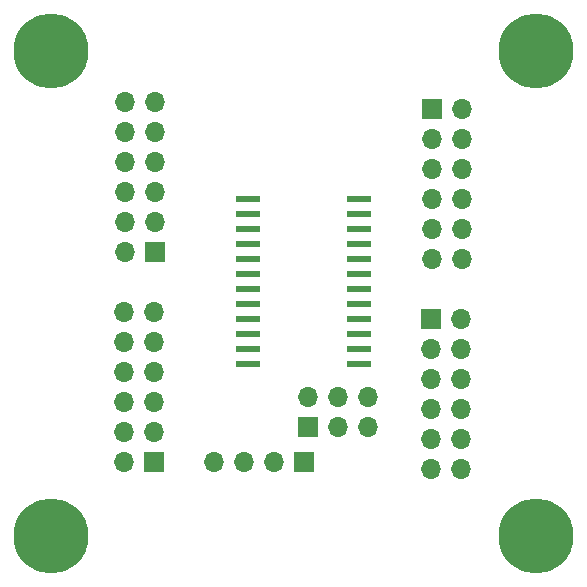
<source format=gts>
%TF.GenerationSoftware,KiCad,Pcbnew,(6.0.1)*%
%TF.CreationDate,2022-05-17T18:17:59-04:00*%
%TF.ProjectId,I2C-RPT-08,4932432d-5250-4542-9d30-382e6b696361,2*%
%TF.SameCoordinates,Original*%
%TF.FileFunction,Soldermask,Top*%
%TF.FilePolarity,Negative*%
%FSLAX46Y46*%
G04 Gerber Fmt 4.6, Leading zero omitted, Abs format (unit mm)*
G04 Created by KiCad (PCBNEW (6.0.1)) date 2022-05-17 18:17:59*
%MOMM*%
%LPD*%
G01*
G04 APERTURE LIST*
%ADD10C,6.350000*%
%ADD11R,1.700000X1.700000*%
%ADD12O,1.700000X1.700000*%
%ADD13R,2.000000X0.600000*%
G04 APERTURE END LIST*
D10*
%TO.C,MTG1*%
X159000000Y-84000000D03*
%TD*%
%TO.C,MTG3*%
X200000000Y-84000000D03*
%TD*%
%TO.C,MTG2*%
X159000000Y-125000000D03*
%TD*%
%TO.C,MTG4*%
X200000000Y-125000000D03*
%TD*%
D11*
%TO.C,J1*%
X180340000Y-118745000D03*
D12*
X177800000Y-118745000D03*
X175260000Y-118745000D03*
X172720000Y-118745000D03*
%TD*%
D11*
%TO.C,H9*%
X180721000Y-115824000D03*
D12*
X180721000Y-113284000D03*
X183261000Y-115824000D03*
X183261000Y-113284000D03*
X185801000Y-115824000D03*
X185801000Y-113284000D03*
%TD*%
D13*
%TO.C,U1*%
X185040000Y-110490000D03*
X185040000Y-109220000D03*
X185040000Y-107950000D03*
X185040000Y-106680000D03*
X185040000Y-105410000D03*
X185040000Y-104140000D03*
X185040000Y-102870000D03*
X185040000Y-101600000D03*
X185040000Y-100330000D03*
X185040000Y-99060000D03*
X185040000Y-97790000D03*
X185040000Y-96520000D03*
X175640000Y-96520000D03*
X175640000Y-97790000D03*
X175640000Y-99060000D03*
X175640000Y-100330000D03*
X175640000Y-101600000D03*
X175640000Y-102870000D03*
X175640000Y-104140000D03*
X175640000Y-105410000D03*
X175640000Y-106680000D03*
X175640000Y-107950000D03*
X175640000Y-109220000D03*
X175640000Y-110490000D03*
%TD*%
D11*
%TO.C,J3*%
X191200000Y-88900000D03*
D12*
X193740000Y-88900000D03*
X191200000Y-91440000D03*
X193740000Y-91440000D03*
X191200000Y-93980000D03*
X193740000Y-93980000D03*
X191200000Y-96520000D03*
X193740000Y-96520000D03*
X191200000Y-99060000D03*
X193740000Y-99060000D03*
X191200000Y-101600000D03*
X193740000Y-101600000D03*
%TD*%
D11*
%TO.C,J5*%
X167640000Y-118745000D03*
D12*
X165100000Y-118745000D03*
X167640000Y-116205000D03*
X165100000Y-116205000D03*
X167640000Y-113665000D03*
X165100000Y-113665000D03*
X167640000Y-111125000D03*
X165100000Y-111125000D03*
X167640000Y-108585000D03*
X165100000Y-108585000D03*
X167640000Y-106045000D03*
X165100000Y-106045000D03*
%TD*%
D11*
%TO.C,J2*%
X191135000Y-106680000D03*
D12*
X193675000Y-106680000D03*
X191135000Y-109220000D03*
X193675000Y-109220000D03*
X191135000Y-111760000D03*
X193675000Y-111760000D03*
X191135000Y-114300000D03*
X193675000Y-114300000D03*
X191135000Y-116840000D03*
X193675000Y-116840000D03*
X191135000Y-119380000D03*
X193675000Y-119380000D03*
%TD*%
D11*
%TO.C,J4*%
X167767000Y-100965000D03*
D12*
X165227000Y-100965000D03*
X167767000Y-98425000D03*
X165227000Y-98425000D03*
X167767000Y-95885000D03*
X165227000Y-95885000D03*
X167767000Y-93345000D03*
X165227000Y-93345000D03*
X167767000Y-90805000D03*
X165227000Y-90805000D03*
X167767000Y-88265000D03*
X165227000Y-88265000D03*
%TD*%
M02*

</source>
